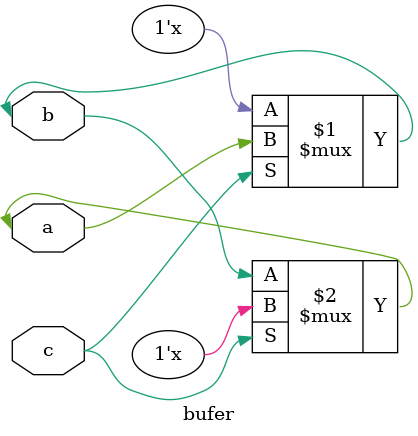
<source format=v>
module bufer(inout a,b, input c);
bufif1(b,a,c);
bufif0(a,b,c);
endmodule
</source>
